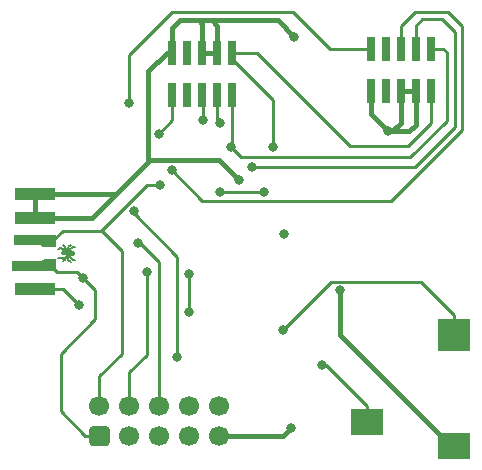
<source format=gtl>
%TF.GenerationSoftware,KiCad,Pcbnew,5.1.8*%
%TF.CreationDate,2020-12-16T14:38:17-06:00*%
%TF.ProjectId,ePenguin-Debug,6550656e-6775-4696-9e2d-44656275672e,rev?*%
%TF.SameCoordinates,Original*%
%TF.FileFunction,Copper,L1,Top*%
%TF.FilePolarity,Positive*%
%FSLAX46Y46*%
G04 Gerber Fmt 4.6, Leading zero omitted, Abs format (unit mm)*
G04 Created by KiCad (PCBNEW 5.1.8) date 2020-12-16 14:38:17*
%MOMM*%
%LPD*%
G01*
G04 APERTURE LIST*
%TA.AperFunction,EtchedComponent*%
%ADD10C,0.460000*%
%TD*%
%TA.AperFunction,EtchedComponent*%
%ADD11C,0.300000*%
%TD*%
%TA.AperFunction,EtchedComponent*%
%ADD12C,0.150000*%
%TD*%
%TA.AperFunction,EtchedComponent*%
%ADD13C,0.001000*%
%TD*%
%TA.AperFunction,EtchedComponent*%
%ADD14C,0.320000*%
%TD*%
%TA.AperFunction,SMDPad,CuDef*%
%ADD15R,2.800000X2.800000*%
%TD*%
%TA.AperFunction,SMDPad,CuDef*%
%ADD16R,2.800000X2.200000*%
%TD*%
%TA.AperFunction,ComponentPad*%
%ADD17C,1.700000*%
%TD*%
%TA.AperFunction,SMDPad,CuDef*%
%ADD18R,0.760000X2.050000*%
%TD*%
%TA.AperFunction,SMDPad,CuDef*%
%ADD19R,0.750000X2.100000*%
%TD*%
%TA.AperFunction,SMDPad,CuDef*%
%ADD20R,3.500000X1.000000*%
%TD*%
%TA.AperFunction,SMDPad,CuDef*%
%ADD21C,0.100000*%
%TD*%
%TA.AperFunction,ViaPad*%
%ADD22C,0.800000*%
%TD*%
%TA.AperFunction,Conductor*%
%ADD23C,0.250000*%
%TD*%
%TA.AperFunction,Conductor*%
%ADD24C,0.400000*%
%TD*%
G04 APERTURE END LIST*
D10*
%TO.C,J1*%
X106460000Y-69010000D02*
X106390000Y-69010000D01*
D11*
X106400000Y-69090000D02*
X105740000Y-69020000D01*
D12*
X106190000Y-69260000D02*
X106520000Y-69540000D01*
X106710000Y-69540000D02*
X106520000Y-69540000D01*
X106150000Y-69210000D02*
X106150000Y-69580000D01*
X106360000Y-69750000D02*
X106150000Y-69580000D01*
X105990000Y-69390000D02*
X106040000Y-69130000D01*
X105990000Y-69390000D02*
X105920000Y-69550000D01*
X105720000Y-69670000D02*
X105910000Y-69560000D01*
D13*
G36*
X105560000Y-69350000D02*
G01*
X105680000Y-69290000D01*
X105820000Y-69290000D01*
X105760000Y-69420000D01*
X105610000Y-69490000D01*
X105640000Y-69400000D01*
X105560000Y-69350000D01*
G37*
X105560000Y-69350000D02*
X105680000Y-69290000D01*
X105820000Y-69290000D01*
X105760000Y-69420000D01*
X105610000Y-69490000D01*
X105640000Y-69400000D01*
X105560000Y-69350000D01*
D12*
X105540000Y-69440000D02*
X105670000Y-69380000D01*
X105330000Y-69370000D02*
X105530000Y-69440000D01*
D11*
X106400000Y-68930000D02*
X105740000Y-69000000D01*
D12*
X106190000Y-68760000D02*
X106520000Y-68480000D01*
X106710000Y-68480000D02*
X106520000Y-68480000D01*
X106150000Y-68810000D02*
X106150000Y-68440000D01*
X106360000Y-68270000D02*
X106150000Y-68440000D01*
X105990000Y-68630000D02*
X106040000Y-68890000D01*
X105990000Y-68630000D02*
X105920000Y-68470000D01*
X105720000Y-68350000D02*
X105910000Y-68460000D01*
D13*
G36*
X105560000Y-68670000D02*
G01*
X105680000Y-68730000D01*
X105820000Y-68730000D01*
X105760000Y-68600000D01*
X105610000Y-68530000D01*
X105640000Y-68620000D01*
X105560000Y-68670000D01*
G37*
X105560000Y-68670000D02*
X105680000Y-68730000D01*
X105820000Y-68730000D01*
X105760000Y-68600000D01*
X105610000Y-68530000D01*
X105640000Y-68620000D01*
X105560000Y-68670000D01*
D12*
X105540000Y-68580000D02*
X105670000Y-68640000D01*
X105330000Y-68650000D02*
X105530000Y-68580000D01*
D14*
X106510000Y-69010000D02*
X105740000Y-69010000D01*
%TD*%
D15*
%TO.P,CON1,2*%
%TO.N,/DEBUG_RX*%
X138828000Y-75912000D03*
D16*
%TO.P,CON1,1*%
%TO.N,GND*%
X138828000Y-85312000D03*
%TO.P,CON1,3*%
%TO.N,/DEBUG_TX*%
X131428000Y-83312000D03*
%TD*%
D17*
%TO.P,J3,10*%
%TO.N,Net-(J1-Pad10)*%
X118960000Y-81960000D03*
%TO.P,J3,8*%
%TO.N,Net-(J2-Pad8)*%
X116420000Y-81960000D03*
%TO.P,J3,6*%
%TO.N,Net-(J1-Pad6)*%
X113880000Y-81960000D03*
%TO.P,J3,4*%
%TO.N,Net-(J1-Pad4)*%
X111340000Y-81960000D03*
%TO.P,J3,2*%
%TO.N,Net-(J1-Pad2)*%
X108800000Y-81960000D03*
%TO.P,J3,9*%
%TO.N,GND*%
X118960000Y-84500000D03*
%TO.P,J3,7*%
%TO.N,Net-(J2-Pad7)*%
X116420000Y-84500000D03*
%TO.P,J3,5*%
%TO.N,GND*%
X113880000Y-84500000D03*
%TO.P,J3,3*%
X111340000Y-84500000D03*
%TO.P,J3,1*%
%TO.N,Net-(J1-Pad1)*%
%TA.AperFunction,ComponentPad*%
G36*
G01*
X109400000Y-85350000D02*
X108200000Y-85350000D01*
G75*
G02*
X107950000Y-85100000I0J250000D01*
G01*
X107950000Y-83900000D01*
G75*
G02*
X108200000Y-83650000I250000J0D01*
G01*
X109400000Y-83650000D01*
G75*
G02*
X109650000Y-83900000I0J-250000D01*
G01*
X109650000Y-85100000D01*
G75*
G02*
X109400000Y-85350000I-250000J0D01*
G01*
G37*
%TD.AperFunction*%
%TD*%
D18*
%TO.P,J4,1*%
%TO.N,Net-(J1-Pad1)*%
X120040000Y-52020000D03*
%TO.P,J4,2*%
%TO.N,Net-(J1-Pad2)*%
X120040000Y-55580000D03*
%TO.P,J4,3*%
%TO.N,GND*%
X118770000Y-52020000D03*
%TO.P,J4,4*%
%TO.N,Net-(J1-Pad4)*%
X118770000Y-55580000D03*
%TO.P,J4,5*%
%TO.N,GND*%
X117500000Y-52020000D03*
%TO.P,J4,6*%
%TO.N,Net-(J1-Pad6)*%
X117500000Y-55580000D03*
%TO.P,J4,7*%
%TO.N,N/C*%
X116230000Y-52020000D03*
%TO.P,J4,8*%
X116230000Y-55580000D03*
%TO.P,J4,9*%
%TO.N,GND*%
X114960000Y-52020000D03*
%TO.P,J4,10*%
%TO.N,Net-(J1-Pad10)*%
X114960000Y-55580000D03*
%TD*%
D19*
%TO.P,J2,10*%
%TO.N,Net-(J1-Pad10)*%
X131760000Y-51700000D03*
%TO.P,J2,9*%
%TO.N,GND*%
X131760000Y-55300000D03*
%TO.P,J2,8*%
%TO.N,N/C*%
X133030000Y-51700000D03*
%TO.P,J2,7*%
X133030000Y-55300000D03*
%TO.P,J2,6*%
%TO.N,Net-(J1-Pad6)*%
X134300000Y-51700000D03*
%TO.P,J2,5*%
%TO.N,GND*%
X134300000Y-55300000D03*
%TO.P,J2,4*%
%TO.N,Net-(J1-Pad4)*%
X135570000Y-51700000D03*
%TO.P,J2,3*%
%TO.N,GND*%
X135570000Y-55300000D03*
%TO.P,J2,2*%
%TO.N,Net-(J1-Pad2)*%
X136840000Y-51700000D03*
%TO.P,J2,1*%
%TO.N,Net-(J1-Pad1)*%
X136840000Y-55300000D03*
%TD*%
D20*
%TO.P,J1,7*%
%TO.N,/DEBUG_TX*%
X103350000Y-72000000D03*
%TO.P,J1,9*%
%TO.N,GND*%
X103350000Y-64000000D03*
%TO.P,J1,5*%
X103350000Y-66000000D03*
%TA.AperFunction,SMDPad,CuDef*%
D21*
%TO.P,J1,2*%
%TO.N,Net-(J1-Pad2)*%
G36*
X105100000Y-67500000D02*
G01*
X105100000Y-68500000D01*
X104090000Y-68500000D01*
X104070000Y-68480000D01*
X104020000Y-68440000D01*
X103960000Y-68400000D01*
X103910000Y-68370000D01*
X103860000Y-68350000D01*
X103800000Y-68330000D01*
X103720000Y-68310000D01*
X103610000Y-68300000D01*
X101600000Y-68300000D01*
X101600000Y-67500000D01*
X105100000Y-67500000D01*
G37*
%TD.AperFunction*%
%TA.AperFunction,SMDPad,CuDef*%
%TO.P,J1,1*%
%TO.N,Net-(J1-Pad1)*%
G36*
X103610000Y-69700000D02*
G01*
X103720000Y-69690000D01*
X103800000Y-69670000D01*
X103860000Y-69650000D01*
X103910000Y-69630000D01*
X103960000Y-69600000D01*
X104020000Y-69560000D01*
X104070000Y-69520000D01*
X104090000Y-69500000D01*
X105100000Y-69500000D01*
X105100000Y-70500000D01*
X101400000Y-70500000D01*
X101400000Y-69700000D01*
X103610000Y-69700000D01*
G37*
%TD.AperFunction*%
%TD*%
D22*
%TO.N,/DEBUG_RX*%
X124300000Y-75500000D03*
%TO.N,GND*%
X133200000Y-58700000D03*
X125000000Y-83800000D03*
X124400000Y-67400000D03*
X125300000Y-50700000D03*
X120600000Y-62800000D03*
X129130000Y-72160000D03*
%TO.N,/DEBUG_TX*%
X107100000Y-73400000D03*
X127600000Y-78500000D03*
%TO.N,Net-(J1-Pad6)*%
X112100000Y-68100000D03*
X117600000Y-57700000D03*
X114900000Y-62000000D03*
%TO.N,Net-(J1-Pad10)*%
X115400000Y-77800000D03*
X111700000Y-65400000D03*
X113800000Y-58900000D03*
X111300000Y-56300000D03*
%TO.N,Net-(J1-Pad4)*%
X112800000Y-70600000D03*
X119000000Y-58000000D03*
X121700000Y-61700000D03*
%TO.N,Net-(J1-Pad2)*%
X119900000Y-60000000D03*
X113900000Y-63200000D03*
%TO.N,Net-(J1-Pad1)*%
X123500000Y-60000000D03*
X119000000Y-63800000D03*
X116400000Y-70800000D03*
X107400000Y-71100000D03*
X116400000Y-74000000D03*
X122700000Y-63800000D03*
%TD*%
D23*
%TO.N,/DEBUG_RX*%
X124300000Y-75500000D02*
X128365001Y-71434999D01*
X128365001Y-71434999D02*
X136000999Y-71434999D01*
X136000999Y-71434999D02*
X138828000Y-74262000D01*
X138828000Y-74262000D02*
X138828000Y-75912000D01*
D24*
%TO.N,GND*%
X131760000Y-57260000D02*
X131760000Y-55300000D01*
X133200000Y-58700000D02*
X131760000Y-57260000D01*
X133200000Y-58700000D02*
X133600000Y-58700000D01*
X134300000Y-58000000D02*
X134300000Y-55300000D01*
X133600000Y-58700000D02*
X134300000Y-58000000D01*
X133200000Y-58700000D02*
X135000000Y-58700000D01*
X135570000Y-58130000D02*
X135570000Y-55300000D01*
X135000000Y-58700000D02*
X135570000Y-58130000D01*
X134300000Y-55300000D02*
X135570000Y-55300000D01*
X124300000Y-84500000D02*
X125000000Y-83800000D01*
X118960000Y-84500000D02*
X124300000Y-84500000D01*
X110200000Y-64000000D02*
X103350000Y-64000000D01*
X103350000Y-66000000D02*
X103350000Y-64000000D01*
X108200000Y-66000000D02*
X110200000Y-64000000D01*
X103350000Y-66000000D02*
X108200000Y-66000000D01*
X117500000Y-52020000D02*
X118770000Y-52020000D01*
X114960000Y-52020000D02*
X114960000Y-49960000D01*
X114960000Y-49960000D02*
X115620000Y-49300000D01*
X115620000Y-49300000D02*
X117200000Y-49300000D01*
X117500000Y-49600000D02*
X117500000Y-52020000D01*
X117200000Y-49300000D02*
X117500000Y-49600000D01*
X118770000Y-49770000D02*
X118770000Y-52020000D01*
X118300000Y-49300000D02*
X118770000Y-49770000D01*
X117200000Y-49300000D02*
X118300000Y-49300000D01*
X114960000Y-52020000D02*
X114480000Y-52020000D01*
X114480000Y-52020000D02*
X112950000Y-53550000D01*
X112950000Y-53550000D02*
X112950000Y-61250000D01*
X112950000Y-61250000D02*
X110200000Y-64000000D01*
X123900000Y-49300000D02*
X125300000Y-50700000D01*
X118300000Y-49300000D02*
X123900000Y-49300000D01*
X113100000Y-61100000D02*
X112950000Y-61250000D01*
X118900000Y-61100000D02*
X113100000Y-61100000D01*
X120600000Y-62800000D02*
X118900000Y-61100000D01*
X138828000Y-85312000D02*
X138528000Y-85312000D01*
X138528000Y-85312000D02*
X129130000Y-75914000D01*
X129130000Y-75914000D02*
X129130000Y-72160000D01*
D23*
%TO.N,/DEBUG_TX*%
X105700000Y-72000000D02*
X107100000Y-73400000D01*
X103350000Y-72000000D02*
X105700000Y-72000000D01*
X131428000Y-81962000D02*
X131428000Y-83312000D01*
X127600000Y-78500000D02*
X127966000Y-78500000D01*
X127966000Y-78500000D02*
X131428000Y-81962000D01*
%TO.N,Net-(J1-Pad6)*%
X113880000Y-69720000D02*
X113880000Y-81960000D01*
X112260000Y-68100000D02*
X113880000Y-69720000D01*
X112100000Y-68100000D02*
X112260000Y-68100000D01*
X117600000Y-55680000D02*
X117500000Y-55580000D01*
X117600000Y-57700000D02*
X117600000Y-55680000D01*
X134300000Y-51700000D02*
X134300000Y-49800000D01*
X134300000Y-49800000D02*
X135500000Y-48600000D01*
X135500000Y-48600000D02*
X138300000Y-48600000D01*
X138300000Y-48600000D02*
X139500000Y-49800000D01*
X139500000Y-49800000D02*
X139500000Y-58600000D01*
X139500000Y-58600000D02*
X133500000Y-64600000D01*
X133500000Y-64600000D02*
X119700000Y-64600000D01*
X117500000Y-64600000D02*
X114900000Y-62000000D01*
X119700000Y-64600000D02*
X117500000Y-64600000D01*
%TO.N,Net-(J1-Pad10)*%
X115400000Y-69300000D02*
X115400000Y-69400000D01*
X111700000Y-65600000D02*
X115400000Y-69300000D01*
X115400000Y-69400000D02*
X115400000Y-77800000D01*
X111700000Y-65400000D02*
X111700000Y-65600000D01*
X114960000Y-57740000D02*
X114960000Y-55580000D01*
X113800000Y-58900000D02*
X114960000Y-57740000D01*
X125200000Y-48600000D02*
X128300000Y-51700000D01*
X111300000Y-56300000D02*
X111300000Y-52200000D01*
X128300000Y-51700000D02*
X131760000Y-51700000D01*
X114900000Y-48600000D02*
X125200000Y-48600000D01*
X111300000Y-52200000D02*
X114900000Y-48600000D01*
%TO.N,Net-(J1-Pad4)*%
X111340000Y-81960000D02*
X111340000Y-79060000D01*
X112800000Y-77600000D02*
X112800000Y-70600000D01*
X111340000Y-79060000D02*
X112800000Y-77600000D01*
X118770000Y-57770000D02*
X118770000Y-55580000D01*
X119000000Y-58000000D02*
X118770000Y-57770000D01*
X135570000Y-51700000D02*
X135570000Y-49730000D01*
X135570000Y-49730000D02*
X136100000Y-49200000D01*
X136100000Y-49200000D02*
X137800000Y-49200000D01*
X137800000Y-49200000D02*
X138900000Y-50300000D01*
X138900000Y-50300000D02*
X138900000Y-58300000D01*
X135500000Y-61700000D02*
X121700000Y-61700000D01*
X138900000Y-58300000D02*
X135500000Y-61700000D01*
%TO.N,Net-(J1-Pad2)*%
X104600000Y-68000000D02*
X104800000Y-68000000D01*
X104800000Y-68000000D02*
X105700000Y-67100000D01*
X105700000Y-67100000D02*
X108000000Y-67100000D01*
X120000000Y-55620000D02*
X120040000Y-55580000D01*
X120000000Y-59900000D02*
X120000000Y-55620000D01*
X119900000Y-60000000D02*
X120000000Y-59900000D01*
X108800000Y-79400000D02*
X108800000Y-81960000D01*
X110700000Y-77500000D02*
X108800000Y-79400000D01*
X110700000Y-68800000D02*
X110700000Y-77500000D01*
X109000000Y-67100000D02*
X110700000Y-68800000D01*
X108000000Y-67100000D02*
X109000000Y-67100000D01*
X136840000Y-51700000D02*
X137900000Y-51700000D01*
X137900000Y-51700000D02*
X138200000Y-52000000D01*
X138200000Y-52000000D02*
X138200000Y-57800000D01*
X138200000Y-57800000D02*
X135100000Y-60900000D01*
X120800000Y-60900000D02*
X119900000Y-60000000D01*
X135100000Y-60900000D02*
X120800000Y-60900000D01*
X108900000Y-67100000D02*
X108000000Y-67100000D01*
X112800000Y-63200000D02*
X108900000Y-67100000D01*
X113900000Y-63200000D02*
X112800000Y-63200000D01*
%TO.N,Net-(J1-Pad1)*%
X108800000Y-84500000D02*
X107600000Y-84500000D01*
X107600000Y-84500000D02*
X105500000Y-82400000D01*
X105500000Y-82400000D02*
X105500000Y-77500000D01*
X105500000Y-77500000D02*
X108400000Y-74600000D01*
X108400000Y-74600000D02*
X108400000Y-72100000D01*
X105200000Y-70600000D02*
X104600000Y-70000000D01*
X106900000Y-70600000D02*
X105200000Y-70600000D01*
X130000000Y-59900000D02*
X134900000Y-59900000D01*
X136840000Y-57960000D02*
X136840000Y-55300000D01*
X122120000Y-52020000D02*
X130000000Y-59900000D01*
X134900000Y-59900000D02*
X136840000Y-57960000D01*
X120040000Y-52020000D02*
X122120000Y-52020000D01*
X120040000Y-52020000D02*
X120040000Y-52140000D01*
X120040000Y-52020000D02*
X120040000Y-52540000D01*
X123500000Y-56000000D02*
X123500000Y-60000000D01*
X120040000Y-52540000D02*
X123500000Y-56000000D01*
X106900000Y-70600000D02*
X107400000Y-71100000D01*
X108400000Y-72100000D02*
X107400000Y-71100000D01*
X116400000Y-70800000D02*
X116400000Y-74000000D01*
X122700000Y-63800000D02*
X119000000Y-63800000D01*
%TD*%
M02*

</source>
